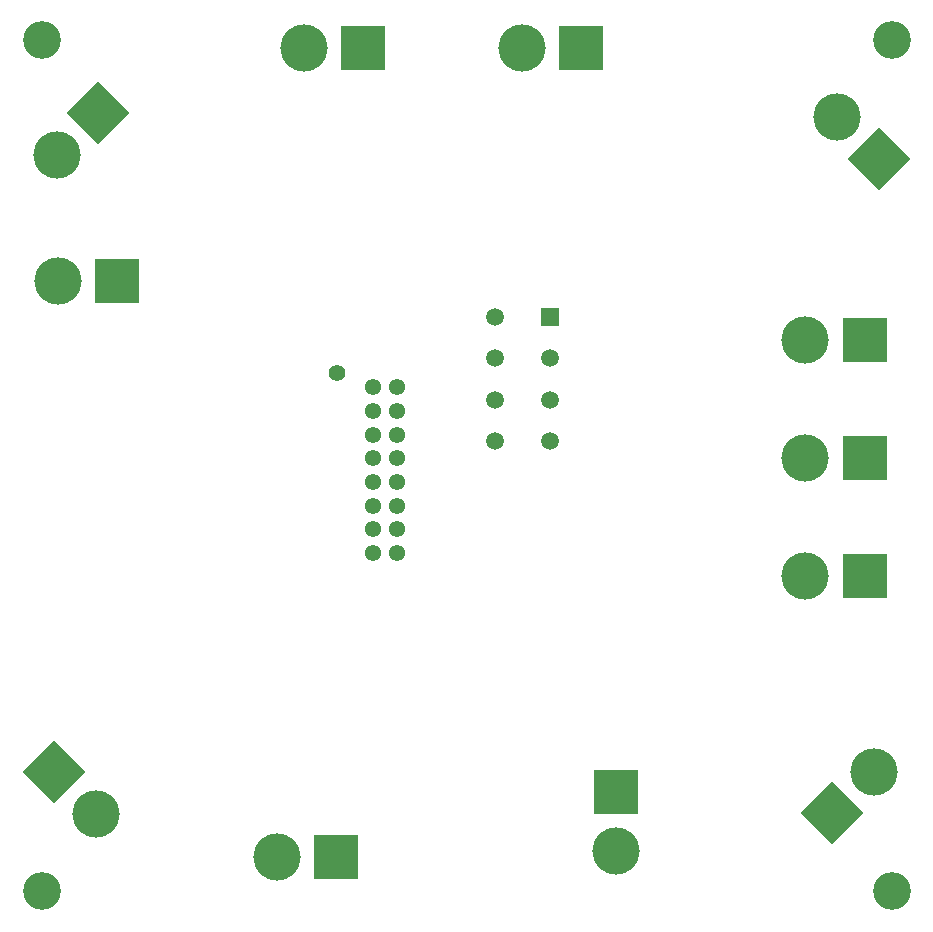
<source format=gbs>
%TF.GenerationSoftware,KiCad,Pcbnew,8.0.4*%
%TF.CreationDate,2025-03-21T12:56:22-05:00*%
%TF.ProjectId,Chassis,43686173-7369-4732-9e6b-696361645f70,rev?*%
%TF.SameCoordinates,Original*%
%TF.FileFunction,Soldermask,Bot*%
%TF.FilePolarity,Negative*%
%FSLAX46Y46*%
G04 Gerber Fmt 4.6, Leading zero omitted, Abs format (unit mm)*
G04 Created by KiCad (PCBNEW 8.0.4) date 2025-03-21 12:56:22*
%MOMM*%
%LPD*%
G01*
G04 APERTURE LIST*
G04 Aperture macros list*
%AMRotRect*
0 Rectangle, with rotation*
0 The origin of the aperture is its center*
0 $1 length*
0 $2 width*
0 $3 Rotation angle, in degrees counterclockwise*
0 Add horizontal line*
21,1,$1,$2,0,0,$3*%
G04 Aperture macros list end*
%ADD10R,3.800000X3.800000*%
%ADD11C,4.000000*%
%ADD12RotRect,3.800000X3.800000X315.000000*%
%ADD13RotRect,3.800000X3.800000X135.000000*%
%ADD14C,3.200000*%
%ADD15R,1.520000X1.520000*%
%ADD16C,1.520000*%
%ADD17C,1.400000*%
%ADD18C,1.381000*%
%ADD19RotRect,3.800000X3.800000X225.000000*%
%ADD20RotRect,3.800000X3.800000X45.000000*%
G04 APERTURE END LIST*
D10*
X58700000Y-49750000D03*
D11*
X53700000Y-49750000D03*
D12*
X53372614Y-91372614D03*
D11*
X56908148Y-94908148D03*
D13*
X123227387Y-39427387D03*
D11*
X119691853Y-35891853D03*
D14*
X124347000Y-29400000D03*
D15*
X95339998Y-52804000D03*
D16*
X95339998Y-56304001D03*
X95339998Y-59804001D03*
X95339998Y-63304002D03*
X90739997Y-52804000D03*
X90739997Y-56304001D03*
X90739997Y-59804001D03*
X90739997Y-63304002D03*
D14*
X52347000Y-101400000D03*
D17*
X77325000Y-57574999D03*
D18*
X82375000Y-58774999D03*
X80375000Y-58774999D03*
X82375000Y-60774999D03*
X80375000Y-60774999D03*
X82375000Y-62774999D03*
X80375000Y-62774999D03*
X82375000Y-64774999D03*
X80375000Y-64774999D03*
X82375000Y-66774999D03*
X80375000Y-66774999D03*
X82375000Y-68774999D03*
X80375000Y-68774999D03*
X82375000Y-70774999D03*
X80375000Y-70774999D03*
X82375000Y-72774999D03*
X80375000Y-72774999D03*
D19*
X57127387Y-35572614D03*
D11*
X53591853Y-39108148D03*
D10*
X122000000Y-74750000D03*
D11*
X117000000Y-74750000D03*
D10*
X122000000Y-64750000D03*
D11*
X117000000Y-64750000D03*
D20*
X119272613Y-94827387D03*
D11*
X122808147Y-91291853D03*
D10*
X77250000Y-98500000D03*
D11*
X72250000Y-98500000D03*
D10*
X122000000Y-54750000D03*
D11*
X117000000Y-54750000D03*
D14*
X52347000Y-29400000D03*
D10*
X101000000Y-93000000D03*
D11*
X101000000Y-98000000D03*
D14*
X124347000Y-101400000D03*
D10*
X98000000Y-30000000D03*
D11*
X93000000Y-30000000D03*
D10*
X79500000Y-30000000D03*
D11*
X74500000Y-30000000D03*
M02*

</source>
